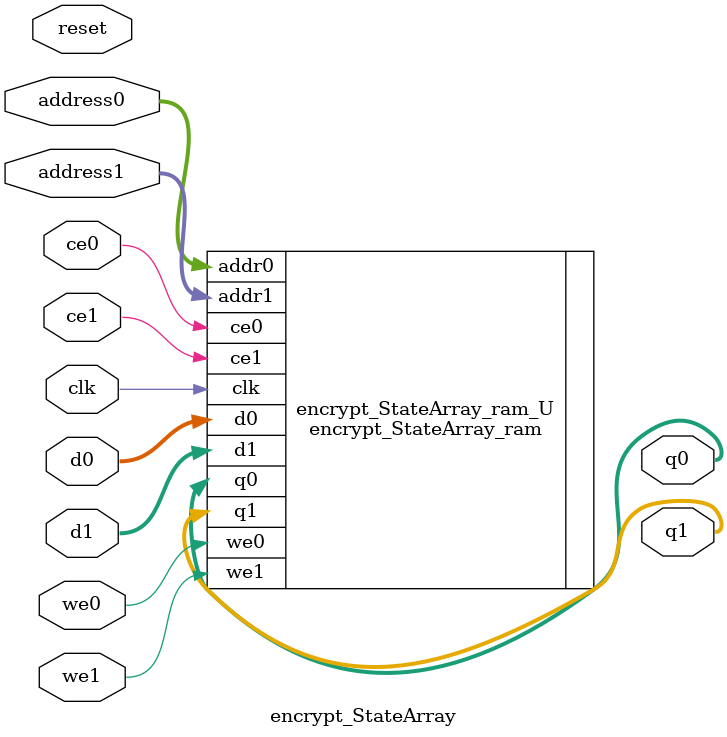
<source format=v>

`timescale 1 ns / 1 ps
module encrypt_StateArray(
    reset,
    clk,
    address0,
    ce0,
    we0,
    d0,
    q0,
    address1,
    ce1,
    we1,
    d1,
    q1);

parameter DataWidth = 32'd8;
parameter AddressRange = 32'd16;
parameter AddressWidth = 32'd4;
input reset;
input clk;
input[AddressWidth - 1:0] address0;
input ce0;
input we0;
input[DataWidth - 1:0] d0;
output[DataWidth - 1:0] q0;
input[AddressWidth - 1:0] address1;
input ce1;
input we1;
input[DataWidth - 1:0] d1;
output[DataWidth - 1:0] q1;



encrypt_StateArray_ram encrypt_StateArray_ram_U(
    .clk( clk ),
    .addr0( address0 ),
    .ce0( ce0 ),
    .d0( d0 ),
    .we0( we0 ),
    .q0( q0 ),
    .addr1( address1 ),
    .ce1( ce1 ),
    .d1( d1 ),
    .we1( we1 ),
    .q1( q1 ));

endmodule

</source>
